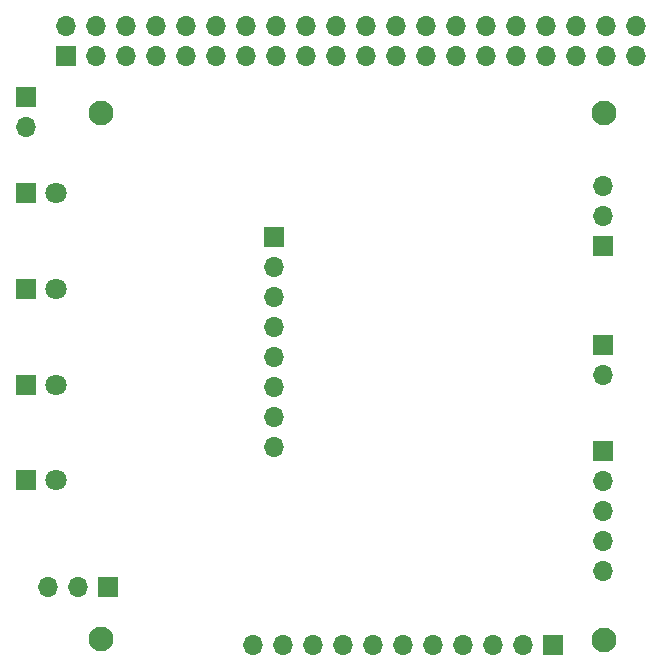
<source format=gbr>
G04 #@! TF.GenerationSoftware,KiCad,Pcbnew,(5.1.10-1-10_14)*
G04 #@! TF.CreationDate,2021-06-08T23:18:15-04:00*
G04 #@! TF.ProjectId,tr109-mainboard,74723130-392d-46d6-9169-6e626f617264,1*
G04 #@! TF.SameCoordinates,Original*
G04 #@! TF.FileFunction,Soldermask,Bot*
G04 #@! TF.FilePolarity,Negative*
%FSLAX46Y46*%
G04 Gerber Fmt 4.6, Leading zero omitted, Abs format (unit mm)*
G04 Created by KiCad (PCBNEW (5.1.10-1-10_14)) date 2021-06-08 23:18:15*
%MOMM*%
%LPD*%
G01*
G04 APERTURE LIST*
%ADD10O,1.700000X1.700000*%
%ADD11R,1.700000X1.700000*%
%ADD12C,2.100000*%
%ADD13C,1.800000*%
%ADD14R,1.800000X1.800000*%
G04 APERTURE END LIST*
D10*
X116034660Y-84579400D03*
D11*
X116034660Y-82039400D03*
D10*
X135250600Y-128439400D03*
X137790600Y-128439400D03*
X140330600Y-128439400D03*
X142870600Y-128439400D03*
X145410600Y-128439400D03*
X147950600Y-128439400D03*
X150490600Y-128439400D03*
X153030600Y-128439400D03*
X155570600Y-128439400D03*
X158110600Y-128439400D03*
D11*
X160650600Y-128439400D03*
D10*
X164850600Y-122199400D03*
X164850600Y-119659400D03*
X164850600Y-117119400D03*
X164850600Y-114579400D03*
D11*
X164850600Y-112039400D03*
D10*
X164850600Y-105562400D03*
D11*
X164850600Y-103022400D03*
D10*
X117850600Y-123549400D03*
X120390600Y-123549400D03*
D11*
X122930600Y-123549400D03*
D12*
X164934900Y-83439000D03*
X122339100Y-83426300D03*
X164922200Y-127977900D03*
X122313700Y-127965200D03*
D10*
X167661760Y-76036860D03*
X167661760Y-78576860D03*
X165121760Y-76036860D03*
X165121760Y-78576860D03*
X162581760Y-76036860D03*
X162581760Y-78576860D03*
X160041760Y-76036860D03*
X160041760Y-78576860D03*
X157501760Y-76036860D03*
X157501760Y-78576860D03*
X154961760Y-76036860D03*
X154961760Y-78576860D03*
X152421760Y-76036860D03*
X152421760Y-78576860D03*
X149881760Y-76036860D03*
X149881760Y-78576860D03*
X147341760Y-76036860D03*
X147341760Y-78576860D03*
X144801760Y-76036860D03*
X144801760Y-78576860D03*
X142261760Y-76036860D03*
X142261760Y-78576860D03*
X139721760Y-76036860D03*
X139721760Y-78576860D03*
X137181760Y-76036860D03*
X137181760Y-78576860D03*
X134641760Y-76036860D03*
X134641760Y-78576860D03*
X132101760Y-76036860D03*
X132101760Y-78576860D03*
X129561760Y-76036860D03*
X129561760Y-78576860D03*
X127021760Y-76036860D03*
X127021760Y-78576860D03*
X124481760Y-76036860D03*
X124481760Y-78576860D03*
X121941760Y-76036860D03*
X121941760Y-78576860D03*
X119401760Y-76036860D03*
D11*
X119401760Y-78576860D03*
D10*
X164850600Y-89585800D03*
X164850600Y-92125800D03*
D11*
X164850600Y-94665800D03*
D13*
X118574660Y-114483260D03*
D14*
X116034660Y-114483260D03*
D13*
X118574660Y-106389126D03*
D14*
X116034660Y-106389126D03*
D13*
X118574660Y-98294993D03*
D14*
X116034660Y-98294993D03*
D13*
X118574660Y-90200860D03*
D14*
X116034660Y-90200860D03*
D10*
X137007600Y-111658400D03*
X137007600Y-109118400D03*
X137007600Y-106578400D03*
X137007600Y-104038400D03*
X137007600Y-101498400D03*
X137007600Y-98958400D03*
X137007600Y-96418400D03*
D11*
X137007600Y-93878400D03*
M02*

</source>
